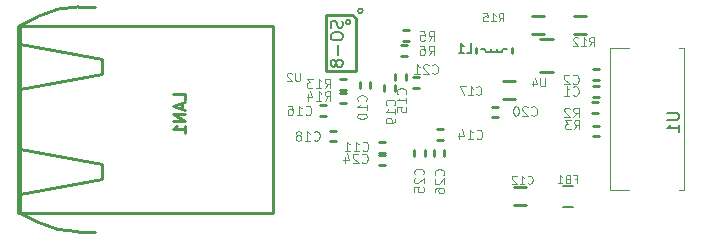
<source format=gbr>
G04 #@! TF.GenerationSoftware,KiCad,Pcbnew,5.99.0-unknown-efbc802~86~ubuntu18.04.1*
G04 #@! TF.CreationDate,2019-09-12T13:39:22+03:00*
G04 #@! TF.ProjectId,USB-GIGABIT_Rev_C,5553422d-4749-4474-9142-49545f526576,rev?*
G04 #@! TF.SameCoordinates,Original*
G04 #@! TF.FileFunction,Legend,Bot*
G04 #@! TF.FilePolarity,Positive*
%FSLAX46Y46*%
G04 Gerber Fmt 4.6, Leading zero omitted, Abs format (unit mm)*
G04 Created by KiCad (PCBNEW 5.99.0-unknown-efbc802~86~ubuntu18.04.1) date 2019-09-12 13:39:22*
%MOMM*%
%LPD*%
G04 APERTURE LIST*
%ADD10C,0.254000*%
%ADD11C,0.200000*%
%ADD12C,0.100000*%
%ADD13C,0.127000*%
%ADD14C,0.150000*%
%ADD15C,0.203200*%
G04 APERTURE END LIST*
D10*
X95708800Y-66009700D02*
X94578500Y-66009700D01*
X95708800Y-63203000D02*
X94578500Y-63203000D01*
X93892000Y-61288000D02*
X94908000Y-61288000D01*
X93892000Y-62812000D02*
X94908000Y-62812000D01*
X97492000Y-61288000D02*
X98508000Y-61288000D01*
X97492000Y-62812000D02*
X98508000Y-62812000D01*
D11*
X91450000Y-64050000D02*
X91800000Y-64050000D01*
X89950000Y-64050000D02*
X89600000Y-64050000D01*
X90950000Y-64100000D02*
G75*
G03X91450000Y-64100000I250000J0D01*
G01*
X89950000Y-64100000D02*
G75*
G03X90450000Y-64100000I250000J0D01*
G01*
X90450000Y-64100000D02*
G75*
G03X90950000Y-64100000I250000J0D01*
G01*
D10*
X89200000Y-64000000D02*
X89200000Y-64400000D01*
X92200000Y-64000000D02*
X92200000Y-64400000D01*
D12*
X100500000Y-76000000D02*
X102100000Y-76000000D01*
X100500000Y-64000000D02*
X100500000Y-76000000D01*
X102100000Y-64000000D02*
X100500000Y-64000000D01*
X106800000Y-76000000D02*
X106400000Y-76000000D01*
X106800000Y-64000000D02*
X106800000Y-76000000D01*
X106400000Y-64000000D02*
X106800000Y-64000000D01*
D10*
X99339400Y-67205500D02*
X99085400Y-67205500D01*
X99339400Y-67205500D02*
X99593400Y-67205500D01*
X99339400Y-68094500D02*
X99593400Y-68094500D01*
X99339400Y-68094500D02*
X99085400Y-68094500D01*
X99300000Y-65755500D02*
X99046000Y-65755500D01*
X99300000Y-65755500D02*
X99554000Y-65755500D01*
X99300000Y-66644500D02*
X99554000Y-66644500D01*
X99300000Y-66644500D02*
X99046000Y-66644500D01*
X80213200Y-67068700D02*
X80213200Y-66814700D01*
X80213200Y-67068700D02*
X80213200Y-67322700D01*
X79324200Y-67068700D02*
X79324200Y-67322700D01*
X79324200Y-67068700D02*
X79324200Y-66814700D01*
X81216500Y-72818500D02*
X81470500Y-72818500D01*
X81216500Y-72818500D02*
X80962500Y-72818500D01*
X81216500Y-71929500D02*
X80962500Y-71929500D01*
X81216500Y-71929500D02*
X81470500Y-71929500D01*
X93408500Y-75755500D02*
X92392500Y-75755500D01*
X93408500Y-77279500D02*
X92392500Y-77279500D01*
X86169500Y-70850000D02*
X85915500Y-70850000D01*
X86169500Y-70850000D02*
X86423500Y-70850000D01*
X86169500Y-71739000D02*
X86423500Y-71739000D01*
X86169500Y-71739000D02*
X85915500Y-71739000D01*
X82346800Y-66382900D02*
X82346800Y-66636900D01*
X82346800Y-66382900D02*
X82346800Y-66128900D01*
X83235800Y-66382900D02*
X83235800Y-66128900D01*
X83235800Y-66382900D02*
X83235800Y-66636900D01*
X76187300Y-68795900D02*
X75933300Y-68795900D01*
X76187300Y-68795900D02*
X76441300Y-68795900D01*
X76187300Y-69684900D02*
X76441300Y-69684900D01*
X76187300Y-69684900D02*
X75933300Y-69684900D01*
X91442000Y-68262000D02*
X92458000Y-68262000D01*
X91442000Y-66738000D02*
X92458000Y-66738000D01*
X77038200Y-70954900D02*
X76784200Y-70954900D01*
X77038200Y-70954900D02*
X77292200Y-70954900D01*
X77038200Y-71843900D02*
X77292200Y-71843900D01*
X77038200Y-71843900D02*
X76784200Y-71843900D01*
X81394300Y-67335400D02*
X81394300Y-67589400D01*
X81394300Y-67335400D02*
X81394300Y-67081400D01*
X82283300Y-67335400D02*
X82283300Y-67081400D01*
X82283300Y-67335400D02*
X82283300Y-67589400D01*
X90800000Y-68955500D02*
X90546000Y-68955500D01*
X90800000Y-68955500D02*
X91054000Y-68955500D01*
X90800000Y-69844500D02*
X91054000Y-69844500D01*
X90800000Y-69844500D02*
X90546000Y-69844500D01*
X84137500Y-66459100D02*
X83883500Y-66459100D01*
X84137500Y-66459100D02*
X84391500Y-66459100D01*
X84137500Y-67348100D02*
X84391500Y-67348100D01*
X84137500Y-67348100D02*
X83883500Y-67348100D01*
X81216500Y-73898000D02*
X81470500Y-73898000D01*
X81216500Y-73898000D02*
X80962500Y-73898000D01*
X81216500Y-73009000D02*
X80962500Y-73009000D01*
X81216500Y-73009000D02*
X81470500Y-73009000D01*
X84836000Y-72882000D02*
X84836000Y-72628000D01*
X84836000Y-72882000D02*
X84836000Y-73136000D01*
X83947000Y-72882000D02*
X83947000Y-73136000D01*
X83947000Y-72882000D02*
X83947000Y-72628000D01*
X86487000Y-72882000D02*
X86487000Y-72628000D01*
X86487000Y-72882000D02*
X86487000Y-73136000D01*
X85598000Y-72882000D02*
X85598000Y-73136000D01*
X85598000Y-72882000D02*
X85598000Y-72628000D01*
D13*
X97396301Y-75628500D02*
X96558101Y-75628500D01*
X97396301Y-77406500D02*
X96558101Y-77406500D01*
D10*
X55512573Y-79524762D02*
G75*
G02X52113680Y-78719820I9787J7619762D01*
G01*
X52122333Y-61275600D02*
G75*
G02X55522360Y-60475000I3400027J-6819400D01*
G01*
X57531500Y-75080000D02*
X50546500Y-76350000D01*
X57531500Y-73810000D02*
X57531500Y-75080000D01*
X50546500Y-72540000D02*
X57531500Y-73810000D01*
X50546500Y-72540000D02*
X50546500Y-62126000D01*
X50546500Y-76350000D02*
X50546500Y-72540000D01*
X50546500Y-77874000D02*
X50546500Y-76350000D01*
X57531500Y-66190000D02*
X50546500Y-67460000D01*
X57531500Y-64920000D02*
X57531500Y-66190000D01*
X50546500Y-63650000D02*
X57531500Y-64920000D01*
X55522360Y-79525000D02*
X56896500Y-79525000D01*
X50419500Y-77874000D02*
X52113680Y-78719820D01*
X55522360Y-60475000D02*
X56896500Y-60475000D01*
X50419500Y-62126000D02*
X52113680Y-61280180D01*
X72009500Y-62100600D02*
X72009500Y-77899400D01*
X50419500Y-62100600D02*
X72009500Y-62100600D01*
X50419500Y-62126000D02*
X50419500Y-62100600D01*
X50419500Y-77874000D02*
X50419500Y-62126000D01*
X50419500Y-77899400D02*
X50419500Y-77874000D01*
X72009500Y-77899400D02*
X50419500Y-77899400D01*
X99288600Y-68554600D02*
X99034600Y-68554600D01*
X99288600Y-68554600D02*
X99542600Y-68554600D01*
X99288600Y-69443600D02*
X99542600Y-69443600D01*
X99288600Y-69443600D02*
X99034600Y-69443600D01*
X99339400Y-70548500D02*
X99085400Y-70548500D01*
X99339400Y-70548500D02*
X99593400Y-70548500D01*
X99339400Y-71437500D02*
X99593400Y-71437500D01*
X99339400Y-71437500D02*
X99085400Y-71437500D01*
X83248500Y-63357000D02*
X83502500Y-63357000D01*
X83248500Y-63357000D02*
X82994500Y-63357000D01*
X83248500Y-62468000D02*
X82994500Y-62468000D01*
X83248500Y-62468000D02*
X83502500Y-62468000D01*
X83121500Y-63738000D02*
X82867500Y-63738000D01*
X83121500Y-63738000D02*
X83375500Y-63738000D01*
X83121500Y-64627000D02*
X83375500Y-64627000D01*
X83121500Y-64627000D02*
X82867500Y-64627000D01*
X77914500Y-66595500D02*
X77660500Y-66595500D01*
X77914500Y-66595500D02*
X78168500Y-66595500D01*
X77914500Y-67484500D02*
X78168500Y-67484500D01*
X77914500Y-67484500D02*
X77660500Y-67484500D01*
X77914500Y-68627500D02*
X78168500Y-68627500D01*
X77914500Y-68627500D02*
X77660500Y-68627500D01*
X77914500Y-67738500D02*
X77660500Y-67738500D01*
X77914500Y-67738500D02*
X78168500Y-67738500D01*
D13*
X78556566Y-61769500D02*
G75*
G03X78556566Y-61769500I-197566J0D01*
G01*
D10*
X76459080Y-61149740D02*
X76459080Y-65945260D01*
X78722220Y-61149740D02*
X76459080Y-61149740D01*
X78988920Y-61413900D02*
X78722220Y-61149740D01*
X78988920Y-65945260D02*
X78988920Y-61413900D01*
X76459080Y-65945260D02*
X78988920Y-65945260D01*
D13*
X79585266Y-60822080D02*
G75*
G03X79585266Y-60822080I-197566J0D01*
G01*
D12*
X95033333Y-66516666D02*
X95033333Y-67083333D01*
X95000000Y-67150000D01*
X94966666Y-67183333D01*
X94900000Y-67216666D01*
X94766666Y-67216666D01*
X94700000Y-67183333D01*
X94666666Y-67150000D01*
X94633333Y-67083333D01*
X94633333Y-66516666D01*
X94000000Y-66750000D02*
X94000000Y-67216666D01*
X94166666Y-66483333D02*
X94333333Y-66983333D01*
X93900000Y-66983333D01*
X91100000Y-61716666D02*
X91333333Y-61383333D01*
X91500000Y-61716666D02*
X91500000Y-61016666D01*
X91233333Y-61016666D01*
X91166666Y-61050000D01*
X91133333Y-61083333D01*
X91100000Y-61150000D01*
X91100000Y-61250000D01*
X91133333Y-61316666D01*
X91166666Y-61350000D01*
X91233333Y-61383333D01*
X91500000Y-61383333D01*
X90433333Y-61716666D02*
X90833333Y-61716666D01*
X90633333Y-61716666D02*
X90633333Y-61016666D01*
X90700000Y-61116666D01*
X90766666Y-61183333D01*
X90833333Y-61216666D01*
X89800000Y-61016666D02*
X90133333Y-61016666D01*
X90166666Y-61350000D01*
X90133333Y-61316666D01*
X90066666Y-61283333D01*
X89900000Y-61283333D01*
X89833333Y-61316666D01*
X89800000Y-61350000D01*
X89766666Y-61416666D01*
X89766666Y-61583333D01*
X89800000Y-61650000D01*
X89833333Y-61683333D01*
X89900000Y-61716666D01*
X90066666Y-61716666D01*
X90133333Y-61683333D01*
X90166666Y-61650000D01*
X98750000Y-63766666D02*
X98983333Y-63433333D01*
X99150000Y-63766666D02*
X99150000Y-63066666D01*
X98883333Y-63066666D01*
X98816666Y-63100000D01*
X98783333Y-63133333D01*
X98750000Y-63200000D01*
X98750000Y-63300000D01*
X98783333Y-63366666D01*
X98816666Y-63400000D01*
X98883333Y-63433333D01*
X99150000Y-63433333D01*
X98083333Y-63766666D02*
X98483333Y-63766666D01*
X98283333Y-63766666D02*
X98283333Y-63066666D01*
X98350000Y-63166666D01*
X98416666Y-63233333D01*
X98483333Y-63266666D01*
X97816666Y-63133333D02*
X97783333Y-63100000D01*
X97716666Y-63066666D01*
X97550000Y-63066666D01*
X97483333Y-63100000D01*
X97450000Y-63133333D01*
X97416666Y-63200000D01*
X97416666Y-63266666D01*
X97450000Y-63366666D01*
X97850000Y-63766666D01*
X97416666Y-63766666D01*
D14*
X88383333Y-64361904D02*
X88764285Y-64361904D01*
X88764285Y-63561904D01*
X87697619Y-64361904D02*
X88154761Y-64361904D01*
X87926190Y-64361904D02*
X87926190Y-63561904D01*
X88002380Y-63676190D01*
X88078571Y-63752380D01*
X88154761Y-63790476D01*
X105352380Y-69488095D02*
X106161904Y-69488095D01*
X106257142Y-69535714D01*
X106304761Y-69583333D01*
X106352380Y-69678571D01*
X106352380Y-69869047D01*
X106304761Y-69964285D01*
X106257142Y-70011904D01*
X106161904Y-70059523D01*
X105352380Y-70059523D01*
X106352380Y-71059523D02*
X106352380Y-70488095D01*
X106352380Y-70773809D02*
X105352380Y-70773809D01*
X105495238Y-70678571D01*
X105590476Y-70583333D01*
X105638095Y-70488095D01*
D12*
X97383333Y-67935714D02*
X97421428Y-67973809D01*
X97535714Y-68011904D01*
X97611904Y-68011904D01*
X97726190Y-67973809D01*
X97802380Y-67897619D01*
X97840476Y-67821428D01*
X97878571Y-67669047D01*
X97878571Y-67554761D01*
X97840476Y-67402380D01*
X97802380Y-67326190D01*
X97726190Y-67250000D01*
X97611904Y-67211904D01*
X97535714Y-67211904D01*
X97421428Y-67250000D01*
X97383333Y-67288095D01*
X96621428Y-68011904D02*
X97078571Y-68011904D01*
X96850000Y-68011904D02*
X96850000Y-67211904D01*
X96926190Y-67326190D01*
X97002380Y-67402380D01*
X97078571Y-67440476D01*
X97383333Y-66935714D02*
X97421428Y-66973809D01*
X97535714Y-67011904D01*
X97611904Y-67011904D01*
X97726190Y-66973809D01*
X97802380Y-66897619D01*
X97840476Y-66821428D01*
X97878571Y-66669047D01*
X97878571Y-66554761D01*
X97840476Y-66402380D01*
X97802380Y-66326190D01*
X97726190Y-66250000D01*
X97611904Y-66211904D01*
X97535714Y-66211904D01*
X97421428Y-66250000D01*
X97383333Y-66288095D01*
X97078571Y-66288095D02*
X97040476Y-66250000D01*
X96964285Y-66211904D01*
X96773809Y-66211904D01*
X96697619Y-66250000D01*
X96659523Y-66288095D01*
X96621428Y-66364285D01*
X96621428Y-66440476D01*
X96659523Y-66554761D01*
X97116666Y-67011904D01*
X96621428Y-67011904D01*
X79851214Y-68446714D02*
X79889309Y-68408619D01*
X79927404Y-68294333D01*
X79927404Y-68218142D01*
X79889309Y-68103857D01*
X79813119Y-68027666D01*
X79736928Y-67989571D01*
X79584547Y-67951476D01*
X79470261Y-67951476D01*
X79317880Y-67989571D01*
X79241690Y-68027666D01*
X79165500Y-68103857D01*
X79127404Y-68218142D01*
X79127404Y-68294333D01*
X79165500Y-68408619D01*
X79203595Y-68446714D01*
X79927404Y-69208619D02*
X79927404Y-68751476D01*
X79927404Y-68980047D02*
X79127404Y-68980047D01*
X79241690Y-68903857D01*
X79317880Y-68827666D01*
X79355976Y-68751476D01*
X79127404Y-69703857D02*
X79127404Y-69780047D01*
X79165500Y-69856238D01*
X79203595Y-69894333D01*
X79279785Y-69932428D01*
X79432166Y-69970523D01*
X79622642Y-69970523D01*
X79775023Y-69932428D01*
X79851214Y-69894333D01*
X79889309Y-69856238D01*
X79927404Y-69780047D01*
X79927404Y-69703857D01*
X79889309Y-69627666D01*
X79851214Y-69589571D01*
X79775023Y-69551476D01*
X79622642Y-69513380D01*
X79432166Y-69513380D01*
X79279785Y-69551476D01*
X79203595Y-69589571D01*
X79165500Y-69627666D01*
X79127404Y-69703857D01*
X79571785Y-72612214D02*
X79609880Y-72650309D01*
X79724166Y-72688404D01*
X79800357Y-72688404D01*
X79914642Y-72650309D01*
X79990833Y-72574119D01*
X80028928Y-72497928D01*
X80067023Y-72345547D01*
X80067023Y-72231261D01*
X80028928Y-72078880D01*
X79990833Y-72002690D01*
X79914642Y-71926500D01*
X79800357Y-71888404D01*
X79724166Y-71888404D01*
X79609880Y-71926500D01*
X79571785Y-71964595D01*
X78809880Y-72688404D02*
X79267023Y-72688404D01*
X79038452Y-72688404D02*
X79038452Y-71888404D01*
X79114642Y-72002690D01*
X79190833Y-72078880D01*
X79267023Y-72116976D01*
X78047976Y-72688404D02*
X78505119Y-72688404D01*
X78276547Y-72688404D02*
X78276547Y-71888404D01*
X78352738Y-72002690D01*
X78428928Y-72078880D01*
X78505119Y-72116976D01*
X93550000Y-75400000D02*
X93583333Y-75433333D01*
X93683333Y-75466666D01*
X93750000Y-75466666D01*
X93850000Y-75433333D01*
X93916666Y-75366666D01*
X93950000Y-75300000D01*
X93983333Y-75166666D01*
X93983333Y-75066666D01*
X93950000Y-74933333D01*
X93916666Y-74866666D01*
X93850000Y-74800000D01*
X93750000Y-74766666D01*
X93683333Y-74766666D01*
X93583333Y-74800000D01*
X93550000Y-74833333D01*
X92883333Y-75466666D02*
X93283333Y-75466666D01*
X93083333Y-75466666D02*
X93083333Y-74766666D01*
X93150000Y-74866666D01*
X93216666Y-74933333D01*
X93283333Y-74966666D01*
X92616666Y-74833333D02*
X92583333Y-74800000D01*
X92516666Y-74766666D01*
X92350000Y-74766666D01*
X92283333Y-74800000D01*
X92250000Y-74833333D01*
X92216666Y-74900000D01*
X92216666Y-74966666D01*
X92250000Y-75066666D01*
X92650000Y-75466666D01*
X92216666Y-75466666D01*
X89223785Y-71596214D02*
X89261880Y-71634309D01*
X89376166Y-71672404D01*
X89452357Y-71672404D01*
X89566642Y-71634309D01*
X89642833Y-71558119D01*
X89680928Y-71481928D01*
X89719023Y-71329547D01*
X89719023Y-71215261D01*
X89680928Y-71062880D01*
X89642833Y-70986690D01*
X89566642Y-70910500D01*
X89452357Y-70872404D01*
X89376166Y-70872404D01*
X89261880Y-70910500D01*
X89223785Y-70948595D01*
X88461880Y-71672404D02*
X88919023Y-71672404D01*
X88690452Y-71672404D02*
X88690452Y-70872404D01*
X88766642Y-70986690D01*
X88842833Y-71062880D01*
X88919023Y-71100976D01*
X87776166Y-71139071D02*
X87776166Y-71672404D01*
X87966642Y-70834309D02*
X88157119Y-71405738D01*
X87661880Y-71405738D01*
X83216714Y-67875214D02*
X83254809Y-67837119D01*
X83292904Y-67722833D01*
X83292904Y-67646642D01*
X83254809Y-67532357D01*
X83178619Y-67456166D01*
X83102428Y-67418071D01*
X82950047Y-67379976D01*
X82835761Y-67379976D01*
X82683380Y-67418071D01*
X82607190Y-67456166D01*
X82531000Y-67532357D01*
X82492904Y-67646642D01*
X82492904Y-67722833D01*
X82531000Y-67837119D01*
X82569095Y-67875214D01*
X83292904Y-68637119D02*
X83292904Y-68179976D01*
X83292904Y-68408547D02*
X82492904Y-68408547D01*
X82607190Y-68332357D01*
X82683380Y-68256166D01*
X82721476Y-68179976D01*
X82492904Y-69360928D02*
X82492904Y-68979976D01*
X82873857Y-68941880D01*
X82835761Y-68979976D01*
X82797666Y-69056166D01*
X82797666Y-69246642D01*
X82835761Y-69322833D01*
X82873857Y-69360928D01*
X82950047Y-69399023D01*
X83140523Y-69399023D01*
X83216714Y-69360928D01*
X83254809Y-69322833D01*
X83292904Y-69246642D01*
X83292904Y-69056166D01*
X83254809Y-68979976D01*
X83216714Y-68941880D01*
X74745785Y-69564214D02*
X74783880Y-69602309D01*
X74898166Y-69640404D01*
X74974357Y-69640404D01*
X75088642Y-69602309D01*
X75164833Y-69526119D01*
X75202928Y-69449928D01*
X75241023Y-69297547D01*
X75241023Y-69183261D01*
X75202928Y-69030880D01*
X75164833Y-68954690D01*
X75088642Y-68878500D01*
X74974357Y-68840404D01*
X74898166Y-68840404D01*
X74783880Y-68878500D01*
X74745785Y-68916595D01*
X73983880Y-69640404D02*
X74441023Y-69640404D01*
X74212452Y-69640404D02*
X74212452Y-68840404D01*
X74288642Y-68954690D01*
X74364833Y-69030880D01*
X74441023Y-69068976D01*
X73298166Y-68840404D02*
X73450547Y-68840404D01*
X73526738Y-68878500D01*
X73564833Y-68916595D01*
X73641023Y-69030880D01*
X73679119Y-69183261D01*
X73679119Y-69488023D01*
X73641023Y-69564214D01*
X73602928Y-69602309D01*
X73526738Y-69640404D01*
X73374357Y-69640404D01*
X73298166Y-69602309D01*
X73260071Y-69564214D01*
X73221976Y-69488023D01*
X73221976Y-69297547D01*
X73260071Y-69221357D01*
X73298166Y-69183261D01*
X73374357Y-69145166D01*
X73526738Y-69145166D01*
X73602928Y-69183261D01*
X73641023Y-69221357D01*
X73679119Y-69297547D01*
X89200000Y-67850000D02*
X89233333Y-67883333D01*
X89333333Y-67916666D01*
X89400000Y-67916666D01*
X89500000Y-67883333D01*
X89566666Y-67816666D01*
X89600000Y-67750000D01*
X89633333Y-67616666D01*
X89633333Y-67516666D01*
X89600000Y-67383333D01*
X89566666Y-67316666D01*
X89500000Y-67250000D01*
X89400000Y-67216666D01*
X89333333Y-67216666D01*
X89233333Y-67250000D01*
X89200000Y-67283333D01*
X88533333Y-67916666D02*
X88933333Y-67916666D01*
X88733333Y-67916666D02*
X88733333Y-67216666D01*
X88800000Y-67316666D01*
X88866666Y-67383333D01*
X88933333Y-67416666D01*
X88300000Y-67216666D02*
X87833333Y-67216666D01*
X88133333Y-67916666D01*
X75444285Y-71723214D02*
X75482380Y-71761309D01*
X75596666Y-71799404D01*
X75672857Y-71799404D01*
X75787142Y-71761309D01*
X75863333Y-71685119D01*
X75901428Y-71608928D01*
X75939523Y-71456547D01*
X75939523Y-71342261D01*
X75901428Y-71189880D01*
X75863333Y-71113690D01*
X75787142Y-71037500D01*
X75672857Y-70999404D01*
X75596666Y-70999404D01*
X75482380Y-71037500D01*
X75444285Y-71075595D01*
X74682380Y-71799404D02*
X75139523Y-71799404D01*
X74910952Y-71799404D02*
X74910952Y-70999404D01*
X74987142Y-71113690D01*
X75063333Y-71189880D01*
X75139523Y-71227976D01*
X74225238Y-71342261D02*
X74301428Y-71304166D01*
X74339523Y-71266071D01*
X74377619Y-71189880D01*
X74377619Y-71151785D01*
X74339523Y-71075595D01*
X74301428Y-71037500D01*
X74225238Y-70999404D01*
X74072857Y-70999404D01*
X73996666Y-71037500D01*
X73958571Y-71075595D01*
X73920476Y-71151785D01*
X73920476Y-71189880D01*
X73958571Y-71266071D01*
X73996666Y-71304166D01*
X74072857Y-71342261D01*
X74225238Y-71342261D01*
X74301428Y-71380357D01*
X74339523Y-71418452D01*
X74377619Y-71494642D01*
X74377619Y-71647023D01*
X74339523Y-71723214D01*
X74301428Y-71761309D01*
X74225238Y-71799404D01*
X74072857Y-71799404D01*
X73996666Y-71761309D01*
X73958571Y-71723214D01*
X73920476Y-71647023D01*
X73920476Y-71494642D01*
X73958571Y-71418452D01*
X73996666Y-71380357D01*
X74072857Y-71342261D01*
X82264214Y-68827714D02*
X82302309Y-68789619D01*
X82340404Y-68675333D01*
X82340404Y-68599142D01*
X82302309Y-68484857D01*
X82226119Y-68408666D01*
X82149928Y-68370571D01*
X81997547Y-68332476D01*
X81883261Y-68332476D01*
X81730880Y-68370571D01*
X81654690Y-68408666D01*
X81578500Y-68484857D01*
X81540404Y-68599142D01*
X81540404Y-68675333D01*
X81578500Y-68789619D01*
X81616595Y-68827714D01*
X82340404Y-69589619D02*
X82340404Y-69132476D01*
X82340404Y-69361047D02*
X81540404Y-69361047D01*
X81654690Y-69284857D01*
X81730880Y-69208666D01*
X81768976Y-69132476D01*
X82340404Y-69970571D02*
X82340404Y-70122952D01*
X82302309Y-70199142D01*
X82264214Y-70237238D01*
X82149928Y-70313428D01*
X81997547Y-70351523D01*
X81692785Y-70351523D01*
X81616595Y-70313428D01*
X81578500Y-70275333D01*
X81540404Y-70199142D01*
X81540404Y-70046761D01*
X81578500Y-69970571D01*
X81616595Y-69932476D01*
X81692785Y-69894380D01*
X81883261Y-69894380D01*
X81959452Y-69932476D01*
X81997547Y-69970571D01*
X82035642Y-70046761D01*
X82035642Y-70199142D01*
X81997547Y-70275333D01*
X81959452Y-70313428D01*
X81883261Y-70351523D01*
X93854285Y-69638214D02*
X93892380Y-69676309D01*
X94006666Y-69714404D01*
X94082857Y-69714404D01*
X94197142Y-69676309D01*
X94273333Y-69600119D01*
X94311428Y-69523928D01*
X94349523Y-69371547D01*
X94349523Y-69257261D01*
X94311428Y-69104880D01*
X94273333Y-69028690D01*
X94197142Y-68952500D01*
X94082857Y-68914404D01*
X94006666Y-68914404D01*
X93892380Y-68952500D01*
X93854285Y-68990595D01*
X93549523Y-68990595D02*
X93511428Y-68952500D01*
X93435238Y-68914404D01*
X93244761Y-68914404D01*
X93168571Y-68952500D01*
X93130476Y-68990595D01*
X93092380Y-69066785D01*
X93092380Y-69142976D01*
X93130476Y-69257261D01*
X93587619Y-69714404D01*
X93092380Y-69714404D01*
X92597142Y-68914404D02*
X92520952Y-68914404D01*
X92444761Y-68952500D01*
X92406666Y-68990595D01*
X92368571Y-69066785D01*
X92330476Y-69219166D01*
X92330476Y-69409642D01*
X92368571Y-69562023D01*
X92406666Y-69638214D01*
X92444761Y-69676309D01*
X92520952Y-69714404D01*
X92597142Y-69714404D01*
X92673333Y-69676309D01*
X92711428Y-69638214D01*
X92749523Y-69562023D01*
X92787619Y-69409642D01*
X92787619Y-69219166D01*
X92749523Y-69066785D01*
X92711428Y-68990595D01*
X92673333Y-68952500D01*
X92597142Y-68914404D01*
X85464585Y-66084414D02*
X85502680Y-66122509D01*
X85616966Y-66160604D01*
X85693157Y-66160604D01*
X85807442Y-66122509D01*
X85883633Y-66046319D01*
X85921728Y-65970128D01*
X85959823Y-65817747D01*
X85959823Y-65703461D01*
X85921728Y-65551080D01*
X85883633Y-65474890D01*
X85807442Y-65398700D01*
X85693157Y-65360604D01*
X85616966Y-65360604D01*
X85502680Y-65398700D01*
X85464585Y-65436795D01*
X85159823Y-65436795D02*
X85121728Y-65398700D01*
X85045538Y-65360604D01*
X84855061Y-65360604D01*
X84778871Y-65398700D01*
X84740776Y-65436795D01*
X84702680Y-65512985D01*
X84702680Y-65589176D01*
X84740776Y-65703461D01*
X85197919Y-66160604D01*
X84702680Y-66160604D01*
X83940776Y-66160604D02*
X84397919Y-66160604D01*
X84169347Y-66160604D02*
X84169347Y-65360604D01*
X84245538Y-65474890D01*
X84321728Y-65551080D01*
X84397919Y-65589176D01*
X79508285Y-73628214D02*
X79546380Y-73666309D01*
X79660666Y-73704404D01*
X79736857Y-73704404D01*
X79851142Y-73666309D01*
X79927333Y-73590119D01*
X79965428Y-73513928D01*
X80003523Y-73361547D01*
X80003523Y-73247261D01*
X79965428Y-73094880D01*
X79927333Y-73018690D01*
X79851142Y-72942500D01*
X79736857Y-72904404D01*
X79660666Y-72904404D01*
X79546380Y-72942500D01*
X79508285Y-72980595D01*
X79203523Y-72980595D02*
X79165428Y-72942500D01*
X79089238Y-72904404D01*
X78898761Y-72904404D01*
X78822571Y-72942500D01*
X78784476Y-72980595D01*
X78746380Y-73056785D01*
X78746380Y-73132976D01*
X78784476Y-73247261D01*
X79241619Y-73704404D01*
X78746380Y-73704404D01*
X78060666Y-73171071D02*
X78060666Y-73704404D01*
X78251142Y-72866309D02*
X78441619Y-73437738D01*
X77946380Y-73437738D01*
X84677214Y-74669714D02*
X84715309Y-74631619D01*
X84753404Y-74517333D01*
X84753404Y-74441142D01*
X84715309Y-74326857D01*
X84639119Y-74250666D01*
X84562928Y-74212571D01*
X84410547Y-74174476D01*
X84296261Y-74174476D01*
X84143880Y-74212571D01*
X84067690Y-74250666D01*
X83991500Y-74326857D01*
X83953404Y-74441142D01*
X83953404Y-74517333D01*
X83991500Y-74631619D01*
X84029595Y-74669714D01*
X84029595Y-74974476D02*
X83991500Y-75012571D01*
X83953404Y-75088761D01*
X83953404Y-75279238D01*
X83991500Y-75355428D01*
X84029595Y-75393523D01*
X84105785Y-75431619D01*
X84181976Y-75431619D01*
X84296261Y-75393523D01*
X84753404Y-74936380D01*
X84753404Y-75431619D01*
X83953404Y-76155428D02*
X83953404Y-75774476D01*
X84334357Y-75736380D01*
X84296261Y-75774476D01*
X84258166Y-75850666D01*
X84258166Y-76041142D01*
X84296261Y-76117333D01*
X84334357Y-76155428D01*
X84410547Y-76193523D01*
X84601023Y-76193523D01*
X84677214Y-76155428D01*
X84715309Y-76117333D01*
X84753404Y-76041142D01*
X84753404Y-75850666D01*
X84715309Y-75774476D01*
X84677214Y-75736380D01*
X86391714Y-74733214D02*
X86429809Y-74695119D01*
X86467904Y-74580833D01*
X86467904Y-74504642D01*
X86429809Y-74390357D01*
X86353619Y-74314166D01*
X86277428Y-74276071D01*
X86125047Y-74237976D01*
X86010761Y-74237976D01*
X85858380Y-74276071D01*
X85782190Y-74314166D01*
X85706000Y-74390357D01*
X85667904Y-74504642D01*
X85667904Y-74580833D01*
X85706000Y-74695119D01*
X85744095Y-74733214D01*
X85744095Y-75037976D02*
X85706000Y-75076071D01*
X85667904Y-75152261D01*
X85667904Y-75342738D01*
X85706000Y-75418928D01*
X85744095Y-75457023D01*
X85820285Y-75495119D01*
X85896476Y-75495119D01*
X86010761Y-75457023D01*
X86467904Y-74999880D01*
X86467904Y-75495119D01*
X85667904Y-76180833D02*
X85667904Y-76028452D01*
X85706000Y-75952261D01*
X85744095Y-75914166D01*
X85858380Y-75837976D01*
X86010761Y-75799880D01*
X86315523Y-75799880D01*
X86391714Y-75837976D01*
X86429809Y-75876071D01*
X86467904Y-75952261D01*
X86467904Y-76104642D01*
X86429809Y-76180833D01*
X86391714Y-76218928D01*
X86315523Y-76257023D01*
X86125047Y-76257023D01*
X86048857Y-76218928D01*
X86010761Y-76180833D01*
X85972666Y-76104642D01*
X85972666Y-75952261D01*
X86010761Y-75876071D01*
X86048857Y-75837976D01*
X86125047Y-75799880D01*
X97533333Y-75050000D02*
X97766666Y-75050000D01*
X97766666Y-75416666D02*
X97766666Y-74716666D01*
X97433333Y-74716666D01*
X96933333Y-75050000D02*
X96833333Y-75083333D01*
X96800000Y-75116666D01*
X96766666Y-75183333D01*
X96766666Y-75283333D01*
X96800000Y-75350000D01*
X96833333Y-75383333D01*
X96900000Y-75416666D01*
X97166666Y-75416666D01*
X97166666Y-74716666D01*
X96933333Y-74716666D01*
X96866666Y-74750000D01*
X96833333Y-74783333D01*
X96800000Y-74850000D01*
X96800000Y-74916666D01*
X96833333Y-74983333D01*
X96866666Y-75016666D01*
X96933333Y-75050000D01*
X97166666Y-75050000D01*
X96100000Y-75416666D02*
X96500000Y-75416666D01*
X96300000Y-75416666D02*
X96300000Y-74716666D01*
X96366666Y-74816666D01*
X96433333Y-74883333D01*
X96500000Y-74916666D01*
D10*
X64581919Y-68344747D02*
X64581919Y-67860938D01*
X63565919Y-67860938D01*
X64291633Y-68635033D02*
X64291633Y-69118842D01*
X64581919Y-68538271D02*
X63565919Y-68876938D01*
X64581919Y-69215604D01*
X64581919Y-69554271D02*
X63565919Y-69554271D01*
X64581919Y-70134842D01*
X63565919Y-70134842D01*
X64581919Y-71150842D02*
X64581919Y-70570271D01*
X64581919Y-70860557D02*
X63565919Y-70860557D01*
X63711061Y-70763795D01*
X63807823Y-70667033D01*
X63856204Y-70570271D01*
D12*
X97433333Y-69811904D02*
X97700000Y-69430952D01*
X97890476Y-69811904D02*
X97890476Y-69011904D01*
X97585714Y-69011904D01*
X97509523Y-69050000D01*
X97471428Y-69088095D01*
X97433333Y-69164285D01*
X97433333Y-69278571D01*
X97471428Y-69354761D01*
X97509523Y-69392857D01*
X97585714Y-69430952D01*
X97890476Y-69430952D01*
X97128571Y-69088095D02*
X97090476Y-69050000D01*
X97014285Y-69011904D01*
X96823809Y-69011904D01*
X96747619Y-69050000D01*
X96709523Y-69088095D01*
X96671428Y-69164285D01*
X96671428Y-69240476D01*
X96709523Y-69354761D01*
X97166666Y-69811904D01*
X96671428Y-69811904D01*
X97483333Y-70861904D02*
X97750000Y-70480952D01*
X97940476Y-70861904D02*
X97940476Y-70061904D01*
X97635714Y-70061904D01*
X97559523Y-70100000D01*
X97521428Y-70138095D01*
X97483333Y-70214285D01*
X97483333Y-70328571D01*
X97521428Y-70404761D01*
X97559523Y-70442857D01*
X97635714Y-70480952D01*
X97940476Y-70480952D01*
X97216666Y-70061904D02*
X96721428Y-70061904D01*
X96988095Y-70366666D01*
X96873809Y-70366666D01*
X96797619Y-70404761D01*
X96759523Y-70442857D01*
X96721428Y-70519047D01*
X96721428Y-70709523D01*
X96759523Y-70785714D01*
X96797619Y-70823809D01*
X96873809Y-70861904D01*
X97102380Y-70861904D01*
X97178571Y-70823809D01*
X97216666Y-70785714D01*
X85159833Y-63353904D02*
X85426500Y-62972952D01*
X85616976Y-63353904D02*
X85616976Y-62553904D01*
X85312214Y-62553904D01*
X85236023Y-62592000D01*
X85197928Y-62630095D01*
X85159833Y-62706285D01*
X85159833Y-62820571D01*
X85197928Y-62896761D01*
X85236023Y-62934857D01*
X85312214Y-62972952D01*
X85616976Y-62972952D01*
X84436023Y-62553904D02*
X84816976Y-62553904D01*
X84855071Y-62934857D01*
X84816976Y-62896761D01*
X84740785Y-62858666D01*
X84550309Y-62858666D01*
X84474119Y-62896761D01*
X84436023Y-62934857D01*
X84397928Y-63011047D01*
X84397928Y-63201523D01*
X84436023Y-63277714D01*
X84474119Y-63315809D01*
X84550309Y-63353904D01*
X84740785Y-63353904D01*
X84816976Y-63315809D01*
X84855071Y-63277714D01*
X85159833Y-64560404D02*
X85426500Y-64179452D01*
X85616976Y-64560404D02*
X85616976Y-63760404D01*
X85312214Y-63760404D01*
X85236023Y-63798500D01*
X85197928Y-63836595D01*
X85159833Y-63912785D01*
X85159833Y-64027071D01*
X85197928Y-64103261D01*
X85236023Y-64141357D01*
X85312214Y-64179452D01*
X85616976Y-64179452D01*
X84474119Y-63760404D02*
X84626500Y-63760404D01*
X84702690Y-63798500D01*
X84740785Y-63836595D01*
X84816976Y-63950880D01*
X84855071Y-64103261D01*
X84855071Y-64408023D01*
X84816976Y-64484214D01*
X84778880Y-64522309D01*
X84702690Y-64560404D01*
X84550309Y-64560404D01*
X84474119Y-64522309D01*
X84436023Y-64484214D01*
X84397928Y-64408023D01*
X84397928Y-64217547D01*
X84436023Y-64141357D01*
X84474119Y-64103261D01*
X84550309Y-64065166D01*
X84702690Y-64065166D01*
X84778880Y-64103261D01*
X84816976Y-64141357D01*
X84855071Y-64217547D01*
X76396785Y-67354404D02*
X76663452Y-66973452D01*
X76853928Y-67354404D02*
X76853928Y-66554404D01*
X76549166Y-66554404D01*
X76472976Y-66592500D01*
X76434880Y-66630595D01*
X76396785Y-66706785D01*
X76396785Y-66821071D01*
X76434880Y-66897261D01*
X76472976Y-66935357D01*
X76549166Y-66973452D01*
X76853928Y-66973452D01*
X75634880Y-67354404D02*
X76092023Y-67354404D01*
X75863452Y-67354404D02*
X75863452Y-66554404D01*
X75939642Y-66668690D01*
X76015833Y-66744880D01*
X76092023Y-66782976D01*
X75368214Y-66554404D02*
X74872976Y-66554404D01*
X75139642Y-66859166D01*
X75025357Y-66859166D01*
X74949166Y-66897261D01*
X74911071Y-66935357D01*
X74872976Y-67011547D01*
X74872976Y-67202023D01*
X74911071Y-67278214D01*
X74949166Y-67316309D01*
X75025357Y-67354404D01*
X75253928Y-67354404D01*
X75330119Y-67316309D01*
X75368214Y-67278214D01*
X76396785Y-68411904D02*
X76663452Y-68030952D01*
X76853928Y-68411904D02*
X76853928Y-67611904D01*
X76549166Y-67611904D01*
X76472976Y-67650000D01*
X76434880Y-67688095D01*
X76396785Y-67764285D01*
X76396785Y-67878571D01*
X76434880Y-67954761D01*
X76472976Y-67992857D01*
X76549166Y-68030952D01*
X76853928Y-68030952D01*
X75634880Y-68411904D02*
X76092023Y-68411904D01*
X75863452Y-68411904D02*
X75863452Y-67611904D01*
X75939642Y-67726190D01*
X76015833Y-67802380D01*
X76092023Y-67840476D01*
X74949166Y-67878571D02*
X74949166Y-68411904D01*
X75139642Y-67573809D02*
X75330119Y-68145238D01*
X74834880Y-68145238D01*
X74283333Y-66066666D02*
X74283333Y-66633333D01*
X74250000Y-66700000D01*
X74216666Y-66733333D01*
X74150000Y-66766666D01*
X74016666Y-66766666D01*
X73950000Y-66733333D01*
X73916666Y-66700000D01*
X73883333Y-66633333D01*
X73883333Y-66066666D01*
X73583333Y-66133333D02*
X73550000Y-66100000D01*
X73483333Y-66066666D01*
X73316666Y-66066666D01*
X73250000Y-66100000D01*
X73216666Y-66133333D01*
X73183333Y-66200000D01*
X73183333Y-66266666D01*
X73216666Y-66366666D01*
X73616666Y-66766666D01*
X73183333Y-66766666D01*
D15*
X77863458Y-61668141D02*
X77911839Y-61813284D01*
X77911839Y-62055189D01*
X77863458Y-62151951D01*
X77815077Y-62200332D01*
X77718315Y-62248713D01*
X77621553Y-62248713D01*
X77524791Y-62200332D01*
X77476410Y-62151951D01*
X77428029Y-62055189D01*
X77379648Y-61861665D01*
X77331267Y-61764903D01*
X77282886Y-61716522D01*
X77186124Y-61668141D01*
X77089362Y-61668141D01*
X76992600Y-61716522D01*
X76944220Y-61764903D01*
X76895839Y-61861665D01*
X76895839Y-62103570D01*
X76944220Y-62248713D01*
X76895839Y-62877665D02*
X76895839Y-63071189D01*
X76944220Y-63167951D01*
X77040981Y-63264713D01*
X77234505Y-63313094D01*
X77573172Y-63313094D01*
X77766696Y-63264713D01*
X77863458Y-63167951D01*
X77911839Y-63071189D01*
X77911839Y-62877665D01*
X77863458Y-62780903D01*
X77766696Y-62684141D01*
X77573172Y-62635760D01*
X77234505Y-62635760D01*
X77040981Y-62684141D01*
X76944220Y-62780903D01*
X76895839Y-62877665D01*
X77524791Y-63748522D02*
X77524791Y-64522618D01*
X77331267Y-65151570D02*
X77282886Y-65054808D01*
X77234505Y-65006427D01*
X77137743Y-64958046D01*
X77089362Y-64958046D01*
X76992600Y-65006427D01*
X76944220Y-65054808D01*
X76895839Y-65151570D01*
X76895839Y-65345094D01*
X76944220Y-65441856D01*
X76992600Y-65490237D01*
X77089362Y-65538618D01*
X77137743Y-65538618D01*
X77234505Y-65490237D01*
X77282886Y-65441856D01*
X77331267Y-65345094D01*
X77331267Y-65151570D01*
X77379648Y-65054808D01*
X77428029Y-65006427D01*
X77524791Y-64958046D01*
X77718315Y-64958046D01*
X77815077Y-65006427D01*
X77863458Y-65054808D01*
X77911839Y-65151570D01*
X77911839Y-65345094D01*
X77863458Y-65441856D01*
X77815077Y-65490237D01*
X77718315Y-65538618D01*
X77524791Y-65538618D01*
X77428029Y-65490237D01*
X77379648Y-65441856D01*
X77331267Y-65345094D01*
M02*

</source>
